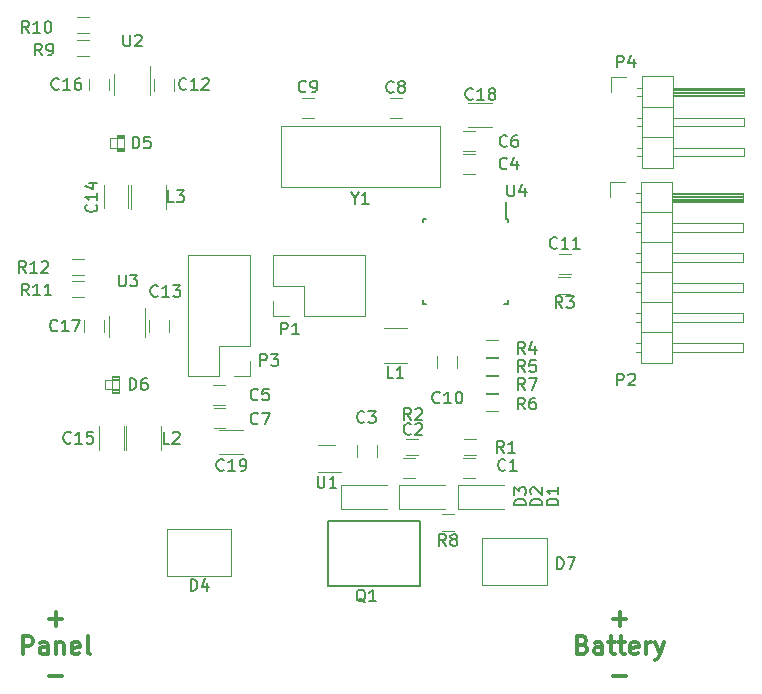
<source format=gbr>
G04 #@! TF.FileFunction,Legend,Top*
%FSLAX46Y46*%
G04 Gerber Fmt 4.6, Leading zero omitted, Abs format (unit mm)*
G04 Created by KiCad (PCBNEW 4.0.1-stable) date 29-05-2017 19:13:36*
%MOMM*%
G01*
G04 APERTURE LIST*
%ADD10C,0.100000*%
%ADD11C,0.300000*%
%ADD12C,0.120000*%
%ADD13C,0.150000*%
G04 APERTURE END LIST*
D10*
D11*
X262166172Y-141521943D02*
X263309029Y-141521943D01*
X262737600Y-142093371D02*
X262737600Y-140950514D01*
X259630458Y-143707657D02*
X259844744Y-143779086D01*
X259916172Y-143850514D01*
X259987601Y-143993371D01*
X259987601Y-144207657D01*
X259916172Y-144350514D01*
X259844744Y-144421943D01*
X259701886Y-144493371D01*
X259130458Y-144493371D01*
X259130458Y-142993371D01*
X259630458Y-142993371D01*
X259773315Y-143064800D01*
X259844744Y-143136229D01*
X259916172Y-143279086D01*
X259916172Y-143421943D01*
X259844744Y-143564800D01*
X259773315Y-143636229D01*
X259630458Y-143707657D01*
X259130458Y-143707657D01*
X261273315Y-144493371D02*
X261273315Y-143707657D01*
X261201886Y-143564800D01*
X261059029Y-143493371D01*
X260773315Y-143493371D01*
X260630458Y-143564800D01*
X261273315Y-144421943D02*
X261130458Y-144493371D01*
X260773315Y-144493371D01*
X260630458Y-144421943D01*
X260559029Y-144279086D01*
X260559029Y-144136229D01*
X260630458Y-143993371D01*
X260773315Y-143921943D01*
X261130458Y-143921943D01*
X261273315Y-143850514D01*
X261773315Y-143493371D02*
X262344744Y-143493371D01*
X261987601Y-142993371D02*
X261987601Y-144279086D01*
X262059029Y-144421943D01*
X262201887Y-144493371D01*
X262344744Y-144493371D01*
X262630458Y-143493371D02*
X263201887Y-143493371D01*
X262844744Y-142993371D02*
X262844744Y-144279086D01*
X262916172Y-144421943D01*
X263059030Y-144493371D01*
X263201887Y-144493371D01*
X264273315Y-144421943D02*
X264130458Y-144493371D01*
X263844744Y-144493371D01*
X263701887Y-144421943D01*
X263630458Y-144279086D01*
X263630458Y-143707657D01*
X263701887Y-143564800D01*
X263844744Y-143493371D01*
X264130458Y-143493371D01*
X264273315Y-143564800D01*
X264344744Y-143707657D01*
X264344744Y-143850514D01*
X263630458Y-143993371D01*
X264987601Y-144493371D02*
X264987601Y-143493371D01*
X264987601Y-143779086D02*
X265059029Y-143636229D01*
X265130458Y-143564800D01*
X265273315Y-143493371D01*
X265416172Y-143493371D01*
X265773315Y-143493371D02*
X266130458Y-144493371D01*
X266487600Y-143493371D02*
X266130458Y-144493371D01*
X265987600Y-144850514D01*
X265916172Y-144921943D01*
X265773315Y-144993371D01*
X262166172Y-146321943D02*
X263309029Y-146321943D01*
X214414172Y-141521943D02*
X215557029Y-141521943D01*
X214985600Y-142093371D02*
X214985600Y-140950514D01*
X212199886Y-144493371D02*
X212199886Y-142993371D01*
X212771314Y-142993371D01*
X212914172Y-143064800D01*
X212985600Y-143136229D01*
X213057029Y-143279086D01*
X213057029Y-143493371D01*
X212985600Y-143636229D01*
X212914172Y-143707657D01*
X212771314Y-143779086D01*
X212199886Y-143779086D01*
X214342743Y-144493371D02*
X214342743Y-143707657D01*
X214271314Y-143564800D01*
X214128457Y-143493371D01*
X213842743Y-143493371D01*
X213699886Y-143564800D01*
X214342743Y-144421943D02*
X214199886Y-144493371D01*
X213842743Y-144493371D01*
X213699886Y-144421943D01*
X213628457Y-144279086D01*
X213628457Y-144136229D01*
X213699886Y-143993371D01*
X213842743Y-143921943D01*
X214199886Y-143921943D01*
X214342743Y-143850514D01*
X215057029Y-143493371D02*
X215057029Y-144493371D01*
X215057029Y-143636229D02*
X215128457Y-143564800D01*
X215271315Y-143493371D01*
X215485600Y-143493371D01*
X215628457Y-143564800D01*
X215699886Y-143707657D01*
X215699886Y-144493371D01*
X216985600Y-144421943D02*
X216842743Y-144493371D01*
X216557029Y-144493371D01*
X216414172Y-144421943D01*
X216342743Y-144279086D01*
X216342743Y-143707657D01*
X216414172Y-143564800D01*
X216557029Y-143493371D01*
X216842743Y-143493371D01*
X216985600Y-143564800D01*
X217057029Y-143707657D01*
X217057029Y-143850514D01*
X216342743Y-143993371D01*
X217914172Y-144493371D02*
X217771314Y-144421943D01*
X217699886Y-144279086D01*
X217699886Y-142993371D01*
X214414172Y-146321943D02*
X215557029Y-146321943D01*
D12*
X234092000Y-104912000D02*
X247492000Y-104912000D01*
X247492000Y-104912000D02*
X247492000Y-99812000D01*
X247492000Y-99812000D02*
X234092000Y-99812000D01*
X234092000Y-104912000D02*
X234092000Y-99812000D01*
D10*
X251113036Y-134621798D02*
X256563036Y-134621798D01*
X251113036Y-138671798D02*
X256563036Y-138671798D01*
X251113036Y-134621798D02*
X251113036Y-138671798D01*
X256563036Y-134621798D02*
X256563036Y-138671798D01*
D12*
X236029500Y-115896700D02*
X241169500Y-115896700D01*
X241169500Y-115896700D02*
X241169500Y-110696700D01*
X241169500Y-110696700D02*
X233429500Y-110696700D01*
X233429500Y-110696700D02*
X233429500Y-113296700D01*
X233429500Y-113296700D02*
X236029500Y-113296700D01*
X236029500Y-113296700D02*
X236029500Y-115896700D01*
X234759500Y-115896700D02*
X233429500Y-115896700D01*
X233429500Y-115896700D02*
X233429500Y-114566700D01*
X216395500Y-111029200D02*
X217395500Y-111029200D01*
X217395500Y-112389200D02*
X216395500Y-112389200D01*
X220742700Y-127212600D02*
X220742700Y-125212600D01*
X218702700Y-125212600D02*
X218702700Y-127212600D01*
X217395500Y-114268800D02*
X216395500Y-114268800D01*
X216395500Y-112908800D02*
X217395500Y-112908800D01*
X217399500Y-116213000D02*
X217399500Y-117213000D01*
X219099500Y-117213000D02*
X219099500Y-116213000D01*
X220985900Y-127219200D02*
X220985900Y-125219200D01*
X223945900Y-125219200D02*
X223945900Y-127219200D01*
X222885900Y-116225700D02*
X222885900Y-117225700D01*
X224585900Y-117225700D02*
X224585900Y-116225700D01*
X219508900Y-115845700D02*
X219508900Y-117605700D01*
X222578900Y-117605700D02*
X222578900Y-115175700D01*
D10*
X219773500Y-122166000D02*
X220373500Y-122166000D01*
X219773500Y-122266000D02*
X219773500Y-122166000D01*
X220373500Y-122266000D02*
X219773500Y-122266000D01*
X219773500Y-121066000D02*
X220373500Y-121066000D01*
X219773500Y-121166000D02*
X219773500Y-121066000D01*
X220373500Y-121166000D02*
X219773500Y-121166000D01*
X220373500Y-120966000D02*
X220373500Y-121266000D01*
X219773500Y-120966000D02*
X220373500Y-120966000D01*
X219773500Y-122366000D02*
X219773500Y-120966000D01*
X220373500Y-122366000D02*
X219773500Y-122366000D01*
X220373500Y-122066000D02*
X220373500Y-122366000D01*
X220373500Y-121266000D02*
X219173500Y-121266000D01*
X219173500Y-122066000D02*
X219173500Y-121266000D01*
X220373500Y-122066000D02*
X220373500Y-121266000D01*
X219173500Y-122066000D02*
X220373500Y-122066000D01*
D12*
X250509660Y-127920380D02*
X249509660Y-127920380D01*
X249509660Y-129620380D02*
X250509660Y-129620380D01*
X245429660Y-127920380D02*
X244429660Y-127920380D01*
X244429660Y-129620380D02*
X245429660Y-129620380D01*
X240536360Y-126781940D02*
X240536360Y-127781940D01*
X242236360Y-127781940D02*
X242236360Y-126781940D01*
X250499500Y-102134300D02*
X249499500Y-102134300D01*
X249499500Y-103834300D02*
X250499500Y-103834300D01*
X229341300Y-121717700D02*
X228341300Y-121717700D01*
X228341300Y-123417700D02*
X229341300Y-123417700D01*
X250499500Y-100203900D02*
X249499500Y-100203900D01*
X249499500Y-101903900D02*
X250499500Y-101903900D01*
X229366700Y-123648100D02*
X228366700Y-123648100D01*
X228366700Y-125348100D02*
X229366700Y-125348100D01*
X243276500Y-99084500D02*
X244276500Y-99084500D01*
X244276500Y-97384500D02*
X243276500Y-97384500D01*
X236847000Y-97384500D02*
X235847000Y-97384500D01*
X235847000Y-99084500D02*
X236847000Y-99084500D01*
X249008000Y-120261000D02*
X249008000Y-119261000D01*
X247308000Y-119261000D02*
X247308000Y-120261000D01*
X257602100Y-112317900D02*
X258602100Y-112317900D01*
X258602100Y-110617900D02*
X257602100Y-110617900D01*
X223292300Y-95778700D02*
X223292300Y-96778700D01*
X224992300Y-96778700D02*
X224992300Y-95778700D01*
X221149100Y-106765600D02*
X221149100Y-104765600D01*
X219109100Y-104765600D02*
X219109100Y-106765600D01*
X249029660Y-130183380D02*
X249029660Y-132183380D01*
X249029660Y-132183380D02*
X252929660Y-132183380D01*
X249029660Y-130183380D02*
X252929660Y-130183380D01*
X244076660Y-130183380D02*
X244076660Y-132183380D01*
X244076660Y-132183380D02*
X247976660Y-132183380D01*
X244076660Y-130183380D02*
X247976660Y-130183380D01*
X239123660Y-130183380D02*
X239123660Y-132183380D01*
X239123660Y-132183380D02*
X243023660Y-132183380D01*
X239123660Y-130183380D02*
X243023660Y-130183380D01*
D10*
X224428400Y-133859400D02*
X229878400Y-133859400D01*
X224428400Y-137909400D02*
X229878400Y-137909400D01*
X224428400Y-133859400D02*
X224428400Y-137909400D01*
X229878400Y-133859400D02*
X229878400Y-137909400D01*
X220179900Y-101719000D02*
X220779900Y-101719000D01*
X220179900Y-101819000D02*
X220179900Y-101719000D01*
X220779900Y-101819000D02*
X220179900Y-101819000D01*
X220179900Y-100619000D02*
X220779900Y-100619000D01*
X220179900Y-100719000D02*
X220179900Y-100619000D01*
X220779900Y-100719000D02*
X220179900Y-100719000D01*
X220779900Y-100519000D02*
X220779900Y-100819000D01*
X220179900Y-100519000D02*
X220779900Y-100519000D01*
X220179900Y-101919000D02*
X220179900Y-100519000D01*
X220779900Y-101919000D02*
X220179900Y-101919000D01*
X220779900Y-101619000D02*
X220779900Y-101919000D01*
X220779900Y-100819000D02*
X219579900Y-100819000D01*
X219579900Y-101619000D02*
X219579900Y-100819000D01*
X220779900Y-101619000D02*
X220779900Y-100819000D01*
X219579900Y-101619000D02*
X220779900Y-101619000D01*
D13*
X253313500Y-107622500D02*
X253088500Y-107622500D01*
X253313500Y-114872500D02*
X252988500Y-114872500D01*
X246063500Y-114872500D02*
X246388500Y-114872500D01*
X246063500Y-107622500D02*
X246388500Y-107622500D01*
X253313500Y-107622500D02*
X253313500Y-107947500D01*
X246063500Y-107622500D02*
X246063500Y-107947500D01*
X246063500Y-114872500D02*
X246063500Y-114547500D01*
X253313500Y-114872500D02*
X253313500Y-114547500D01*
X253088500Y-107622500D02*
X253088500Y-106197500D01*
D12*
X242751100Y-116884000D02*
X244751100Y-116884000D01*
X244751100Y-119844000D02*
X242751100Y-119844000D01*
X221392300Y-106772200D02*
X221392300Y-104772200D01*
X224352300Y-104772200D02*
X224352300Y-106772200D01*
X264572900Y-104499100D02*
X264572900Y-107099100D01*
X264572900Y-107099100D02*
X267192900Y-107099100D01*
X267192900Y-107099100D02*
X267192900Y-104499100D01*
X267192900Y-104499100D02*
X264572900Y-104499100D01*
X267192900Y-105449100D02*
X267192900Y-106209100D01*
X267192900Y-106209100D02*
X273192900Y-106209100D01*
X273192900Y-106209100D02*
X273192900Y-105449100D01*
X273192900Y-105449100D02*
X267192900Y-105449100D01*
X264142900Y-105449100D02*
X264572900Y-105449100D01*
X264142900Y-106209100D02*
X264572900Y-106209100D01*
X267192900Y-105569100D02*
X273192900Y-105569100D01*
X267192900Y-105689100D02*
X273192900Y-105689100D01*
X267192900Y-105809100D02*
X273192900Y-105809100D01*
X267192900Y-105929100D02*
X273192900Y-105929100D01*
X267192900Y-106049100D02*
X273192900Y-106049100D01*
X267192900Y-106169100D02*
X273192900Y-106169100D01*
X264572900Y-107099100D02*
X264572900Y-109639100D01*
X264572900Y-109639100D02*
X267192900Y-109639100D01*
X267192900Y-109639100D02*
X267192900Y-107099100D01*
X267192900Y-107099100D02*
X264572900Y-107099100D01*
X267192900Y-107989100D02*
X267192900Y-108749100D01*
X267192900Y-108749100D02*
X273192900Y-108749100D01*
X273192900Y-108749100D02*
X273192900Y-107989100D01*
X273192900Y-107989100D02*
X267192900Y-107989100D01*
X264142900Y-107989100D02*
X264572900Y-107989100D01*
X264142900Y-108749100D02*
X264572900Y-108749100D01*
X264572900Y-109639100D02*
X264572900Y-112179100D01*
X264572900Y-112179100D02*
X267192900Y-112179100D01*
X267192900Y-112179100D02*
X267192900Y-109639100D01*
X267192900Y-109639100D02*
X264572900Y-109639100D01*
X267192900Y-110529100D02*
X267192900Y-111289100D01*
X267192900Y-111289100D02*
X273192900Y-111289100D01*
X273192900Y-111289100D02*
X273192900Y-110529100D01*
X273192900Y-110529100D02*
X267192900Y-110529100D01*
X264142900Y-110529100D02*
X264572900Y-110529100D01*
X264142900Y-111289100D02*
X264572900Y-111289100D01*
X264572900Y-112179100D02*
X264572900Y-114719100D01*
X264572900Y-114719100D02*
X267192900Y-114719100D01*
X267192900Y-114719100D02*
X267192900Y-112179100D01*
X267192900Y-112179100D02*
X264572900Y-112179100D01*
X267192900Y-113069100D02*
X267192900Y-113829100D01*
X267192900Y-113829100D02*
X273192900Y-113829100D01*
X273192900Y-113829100D02*
X273192900Y-113069100D01*
X273192900Y-113069100D02*
X267192900Y-113069100D01*
X264142900Y-113069100D02*
X264572900Y-113069100D01*
X264142900Y-113829100D02*
X264572900Y-113829100D01*
X264572900Y-114719100D02*
X264572900Y-117259100D01*
X264572900Y-117259100D02*
X267192900Y-117259100D01*
X267192900Y-117259100D02*
X267192900Y-114719100D01*
X267192900Y-114719100D02*
X264572900Y-114719100D01*
X267192900Y-115609100D02*
X267192900Y-116369100D01*
X267192900Y-116369100D02*
X273192900Y-116369100D01*
X273192900Y-116369100D02*
X273192900Y-115609100D01*
X273192900Y-115609100D02*
X267192900Y-115609100D01*
X264142900Y-115609100D02*
X264572900Y-115609100D01*
X264142900Y-116369100D02*
X264572900Y-116369100D01*
X264572900Y-117259100D02*
X264572900Y-119859100D01*
X264572900Y-119859100D02*
X267192900Y-119859100D01*
X267192900Y-119859100D02*
X267192900Y-117259100D01*
X267192900Y-117259100D02*
X264572900Y-117259100D01*
X267192900Y-118149100D02*
X267192900Y-118909100D01*
X267192900Y-118909100D02*
X273192900Y-118909100D01*
X273192900Y-118909100D02*
X273192900Y-118149100D01*
X273192900Y-118149100D02*
X267192900Y-118149100D01*
X264142900Y-118149100D02*
X264572900Y-118149100D01*
X264142900Y-118909100D02*
X264572900Y-118909100D01*
X261962900Y-105829100D02*
X261962900Y-104559100D01*
X261962900Y-104559100D02*
X263232900Y-104559100D01*
X231415900Y-118376700D02*
X231415900Y-110696700D01*
X231415900Y-110696700D02*
X226215900Y-110696700D01*
X226215900Y-110696700D02*
X226215900Y-120976700D01*
X226215900Y-120976700D02*
X228815900Y-120976700D01*
X228815900Y-120976700D02*
X228815900Y-118376700D01*
X228815900Y-118376700D02*
X231415900Y-118376700D01*
X231415900Y-119646700D02*
X231415900Y-120976700D01*
X231415900Y-120976700D02*
X230085900Y-120976700D01*
X264611000Y-95571000D02*
X264611000Y-98171000D01*
X264611000Y-98171000D02*
X267231000Y-98171000D01*
X267231000Y-98171000D02*
X267231000Y-95571000D01*
X267231000Y-95571000D02*
X264611000Y-95571000D01*
X267231000Y-96521000D02*
X267231000Y-97281000D01*
X267231000Y-97281000D02*
X273231000Y-97281000D01*
X273231000Y-97281000D02*
X273231000Y-96521000D01*
X273231000Y-96521000D02*
X267231000Y-96521000D01*
X264181000Y-96521000D02*
X264611000Y-96521000D01*
X264181000Y-97281000D02*
X264611000Y-97281000D01*
X267231000Y-96641000D02*
X273231000Y-96641000D01*
X267231000Y-96761000D02*
X273231000Y-96761000D01*
X267231000Y-96881000D02*
X273231000Y-96881000D01*
X267231000Y-97001000D02*
X273231000Y-97001000D01*
X267231000Y-97121000D02*
X273231000Y-97121000D01*
X267231000Y-97241000D02*
X273231000Y-97241000D01*
X264611000Y-98171000D02*
X264611000Y-100711000D01*
X264611000Y-100711000D02*
X267231000Y-100711000D01*
X267231000Y-100711000D02*
X267231000Y-98171000D01*
X267231000Y-98171000D02*
X264611000Y-98171000D01*
X267231000Y-99061000D02*
X267231000Y-99821000D01*
X267231000Y-99821000D02*
X273231000Y-99821000D01*
X273231000Y-99821000D02*
X273231000Y-99061000D01*
X273231000Y-99061000D02*
X267231000Y-99061000D01*
X264181000Y-99061000D02*
X264611000Y-99061000D01*
X264181000Y-99821000D02*
X264611000Y-99821000D01*
X264611000Y-100711000D02*
X264611000Y-103311000D01*
X264611000Y-103311000D02*
X267231000Y-103311000D01*
X267231000Y-103311000D02*
X267231000Y-100711000D01*
X267231000Y-100711000D02*
X264611000Y-100711000D01*
X267231000Y-101601000D02*
X267231000Y-102361000D01*
X267231000Y-102361000D02*
X273231000Y-102361000D01*
X273231000Y-102361000D02*
X273231000Y-101601000D01*
X273231000Y-101601000D02*
X267231000Y-101601000D01*
X264181000Y-101601000D02*
X264611000Y-101601000D01*
X264181000Y-102361000D02*
X264611000Y-102361000D01*
X262001000Y-96901000D02*
X262001000Y-95631000D01*
X262001000Y-95631000D02*
X263271000Y-95631000D01*
D13*
X238088100Y-138685800D02*
X245838100Y-138685800D01*
X245838100Y-138685800D02*
X245838100Y-133195800D01*
X238088100Y-133195800D02*
X245838100Y-133195800D01*
X238088100Y-138685800D02*
X238088100Y-133195800D01*
D12*
X249578240Y-126251420D02*
X250578240Y-126251420D01*
X250578240Y-127611420D02*
X249578240Y-127611420D01*
X244632680Y-126302220D02*
X245632680Y-126302220D01*
X245632680Y-127662220D02*
X244632680Y-127662220D01*
X257564000Y-112604000D02*
X258564000Y-112604000D01*
X258564000Y-113964000D02*
X257564000Y-113964000D01*
X252404500Y-119298000D02*
X251404500Y-119298000D01*
X251404500Y-117938000D02*
X252404500Y-117938000D01*
X251404500Y-119462000D02*
X252404500Y-119462000D01*
X252404500Y-120822000D02*
X251404500Y-120822000D01*
X252404500Y-123870000D02*
X251404500Y-123870000D01*
X251404500Y-122510000D02*
X252404500Y-122510000D01*
X251404500Y-120986000D02*
X252404500Y-120986000D01*
X252404500Y-122346000D02*
X251404500Y-122346000D01*
X248701000Y-134030000D02*
X247701000Y-134030000D01*
X247701000Y-132670000D02*
X248701000Y-132670000D01*
X217801900Y-93821800D02*
X216801900Y-93821800D01*
X216801900Y-92461800D02*
X217801900Y-92461800D01*
X216801900Y-90582200D02*
X217801900Y-90582200D01*
X217801900Y-91942200D02*
X216801900Y-91942200D01*
X237242120Y-129107420D02*
X239142120Y-129107420D01*
X238642120Y-126787420D02*
X237242120Y-126787420D01*
X219915300Y-95398700D02*
X219915300Y-97158700D01*
X222985300Y-97158700D02*
X222985300Y-94728700D01*
X217805900Y-95766000D02*
X217805900Y-96766000D01*
X219505900Y-96766000D02*
X219505900Y-95766000D01*
X251939300Y-97849500D02*
X249939300Y-97849500D01*
X249939300Y-99889500D02*
X251939300Y-99889500D01*
X230857300Y-125510100D02*
X228857300Y-125510100D01*
X228857300Y-127550100D02*
X230857300Y-127550100D01*
D13*
X240315809Y-105888190D02*
X240315809Y-106364381D01*
X239982476Y-105364381D02*
X240315809Y-105888190D01*
X240649143Y-105364381D01*
X241506286Y-106364381D02*
X240934857Y-106364381D01*
X241220571Y-106364381D02*
X241220571Y-105364381D01*
X241125333Y-105507238D01*
X241030095Y-105602476D01*
X240934857Y-105650095D01*
X257427505Y-137307581D02*
X257427505Y-136307581D01*
X257665600Y-136307581D01*
X257808458Y-136355200D01*
X257903696Y-136450438D01*
X257951315Y-136545676D01*
X257998934Y-136736152D01*
X257998934Y-136879010D01*
X257951315Y-137069486D01*
X257903696Y-137164724D01*
X257808458Y-137259962D01*
X257665600Y-137307581D01*
X257427505Y-137307581D01*
X258332267Y-136307581D02*
X258998934Y-136307581D01*
X258570362Y-137307581D01*
X234084905Y-117419381D02*
X234084905Y-116419381D01*
X234465858Y-116419381D01*
X234561096Y-116467000D01*
X234608715Y-116514619D01*
X234656334Y-116609857D01*
X234656334Y-116752714D01*
X234608715Y-116847952D01*
X234561096Y-116895571D01*
X234465858Y-116943190D01*
X234084905Y-116943190D01*
X235608715Y-117419381D02*
X235037286Y-117419381D01*
X235323000Y-117419381D02*
X235323000Y-116419381D01*
X235227762Y-116562238D01*
X235132524Y-116657476D01*
X235037286Y-116705095D01*
X212463143Y-112212381D02*
X212129809Y-111736190D01*
X211891714Y-112212381D02*
X211891714Y-111212381D01*
X212272667Y-111212381D01*
X212367905Y-111260000D01*
X212415524Y-111307619D01*
X212463143Y-111402857D01*
X212463143Y-111545714D01*
X212415524Y-111640952D01*
X212367905Y-111688571D01*
X212272667Y-111736190D01*
X211891714Y-111736190D01*
X213415524Y-112212381D02*
X212844095Y-112212381D01*
X213129809Y-112212381D02*
X213129809Y-111212381D01*
X213034571Y-111355238D01*
X212939333Y-111450476D01*
X212844095Y-111498095D01*
X213796476Y-111307619D02*
X213844095Y-111260000D01*
X213939333Y-111212381D01*
X214177429Y-111212381D01*
X214272667Y-111260000D01*
X214320286Y-111307619D01*
X214367905Y-111402857D01*
X214367905Y-111498095D01*
X214320286Y-111640952D01*
X213748857Y-112212381D01*
X214367905Y-112212381D01*
X216273143Y-126569743D02*
X216225524Y-126617362D01*
X216082667Y-126664981D01*
X215987429Y-126664981D01*
X215844571Y-126617362D01*
X215749333Y-126522124D01*
X215701714Y-126426886D01*
X215654095Y-126236410D01*
X215654095Y-126093552D01*
X215701714Y-125903076D01*
X215749333Y-125807838D01*
X215844571Y-125712600D01*
X215987429Y-125664981D01*
X216082667Y-125664981D01*
X216225524Y-125712600D01*
X216273143Y-125760219D01*
X217225524Y-126664981D02*
X216654095Y-126664981D01*
X216939809Y-126664981D02*
X216939809Y-125664981D01*
X216844571Y-125807838D01*
X216749333Y-125903076D01*
X216654095Y-125950695D01*
X218130286Y-125664981D02*
X217654095Y-125664981D01*
X217606476Y-126141171D01*
X217654095Y-126093552D01*
X217749333Y-126045933D01*
X217987429Y-126045933D01*
X218082667Y-126093552D01*
X218130286Y-126141171D01*
X218177905Y-126236410D01*
X218177905Y-126474505D01*
X218130286Y-126569743D01*
X218082667Y-126617362D01*
X217987429Y-126664981D01*
X217749333Y-126664981D01*
X217654095Y-126617362D01*
X217606476Y-126569743D01*
X212717143Y-114117381D02*
X212383809Y-113641190D01*
X212145714Y-114117381D02*
X212145714Y-113117381D01*
X212526667Y-113117381D01*
X212621905Y-113165000D01*
X212669524Y-113212619D01*
X212717143Y-113307857D01*
X212717143Y-113450714D01*
X212669524Y-113545952D01*
X212621905Y-113593571D01*
X212526667Y-113641190D01*
X212145714Y-113641190D01*
X213669524Y-114117381D02*
X213098095Y-114117381D01*
X213383809Y-114117381D02*
X213383809Y-113117381D01*
X213288571Y-113260238D01*
X213193333Y-113355476D01*
X213098095Y-113403095D01*
X214621905Y-114117381D02*
X214050476Y-114117381D01*
X214336190Y-114117381D02*
X214336190Y-113117381D01*
X214240952Y-113260238D01*
X214145714Y-113355476D01*
X214050476Y-113403095D01*
X215130143Y-117070143D02*
X215082524Y-117117762D01*
X214939667Y-117165381D01*
X214844429Y-117165381D01*
X214701571Y-117117762D01*
X214606333Y-117022524D01*
X214558714Y-116927286D01*
X214511095Y-116736810D01*
X214511095Y-116593952D01*
X214558714Y-116403476D01*
X214606333Y-116308238D01*
X214701571Y-116213000D01*
X214844429Y-116165381D01*
X214939667Y-116165381D01*
X215082524Y-116213000D01*
X215130143Y-116260619D01*
X216082524Y-117165381D02*
X215511095Y-117165381D01*
X215796809Y-117165381D02*
X215796809Y-116165381D01*
X215701571Y-116308238D01*
X215606333Y-116403476D01*
X215511095Y-116451095D01*
X216415857Y-116165381D02*
X217082524Y-116165381D01*
X216653952Y-117165381D01*
X224623334Y-126671581D02*
X224147143Y-126671581D01*
X224147143Y-125671581D01*
X224909048Y-125766819D02*
X224956667Y-125719200D01*
X225051905Y-125671581D01*
X225290001Y-125671581D01*
X225385239Y-125719200D01*
X225432858Y-125766819D01*
X225480477Y-125862057D01*
X225480477Y-125957295D01*
X225432858Y-126100152D01*
X224861429Y-126671581D01*
X225480477Y-126671581D01*
X223639143Y-114149143D02*
X223591524Y-114196762D01*
X223448667Y-114244381D01*
X223353429Y-114244381D01*
X223210571Y-114196762D01*
X223115333Y-114101524D01*
X223067714Y-114006286D01*
X223020095Y-113815810D01*
X223020095Y-113672952D01*
X223067714Y-113482476D01*
X223115333Y-113387238D01*
X223210571Y-113292000D01*
X223353429Y-113244381D01*
X223448667Y-113244381D01*
X223591524Y-113292000D01*
X223639143Y-113339619D01*
X224591524Y-114244381D02*
X224020095Y-114244381D01*
X224305809Y-114244381D02*
X224305809Y-113244381D01*
X224210571Y-113387238D01*
X224115333Y-113482476D01*
X224020095Y-113530095D01*
X224924857Y-113244381D02*
X225543905Y-113244381D01*
X225210571Y-113625333D01*
X225353429Y-113625333D01*
X225448667Y-113672952D01*
X225496286Y-113720571D01*
X225543905Y-113815810D01*
X225543905Y-114053905D01*
X225496286Y-114149143D01*
X225448667Y-114196762D01*
X225353429Y-114244381D01*
X225067714Y-114244381D01*
X224972476Y-114196762D01*
X224924857Y-114149143D01*
X220345095Y-112355381D02*
X220345095Y-113164905D01*
X220392714Y-113260143D01*
X220440333Y-113307762D01*
X220535571Y-113355381D01*
X220726048Y-113355381D01*
X220821286Y-113307762D01*
X220868905Y-113260143D01*
X220916524Y-113164905D01*
X220916524Y-112355381D01*
X221297476Y-112355381D02*
X221916524Y-112355381D01*
X221583190Y-112736333D01*
X221726048Y-112736333D01*
X221821286Y-112783952D01*
X221868905Y-112831571D01*
X221916524Y-112926810D01*
X221916524Y-113164905D01*
X221868905Y-113260143D01*
X221821286Y-113307762D01*
X221726048Y-113355381D01*
X221440333Y-113355381D01*
X221345095Y-113307762D01*
X221297476Y-113260143D01*
X221257905Y-122118381D02*
X221257905Y-121118381D01*
X221496000Y-121118381D01*
X221638858Y-121166000D01*
X221734096Y-121261238D01*
X221781715Y-121356476D01*
X221829334Y-121546952D01*
X221829334Y-121689810D01*
X221781715Y-121880286D01*
X221734096Y-121975524D01*
X221638858Y-122070762D01*
X221496000Y-122118381D01*
X221257905Y-122118381D01*
X222686477Y-121118381D02*
X222496000Y-121118381D01*
X222400762Y-121166000D01*
X222353143Y-121213619D01*
X222257905Y-121356476D01*
X222210286Y-121546952D01*
X222210286Y-121927905D01*
X222257905Y-122023143D01*
X222305524Y-122070762D01*
X222400762Y-122118381D01*
X222591239Y-122118381D01*
X222686477Y-122070762D01*
X222734096Y-122023143D01*
X222781715Y-121927905D01*
X222781715Y-121689810D01*
X222734096Y-121594571D01*
X222686477Y-121546952D01*
X222591239Y-121499333D01*
X222400762Y-121499333D01*
X222305524Y-121546952D01*
X222257905Y-121594571D01*
X222210286Y-121689810D01*
X253071334Y-128881143D02*
X253023715Y-128928762D01*
X252880858Y-128976381D01*
X252785620Y-128976381D01*
X252642762Y-128928762D01*
X252547524Y-128833524D01*
X252499905Y-128738286D01*
X252452286Y-128547810D01*
X252452286Y-128404952D01*
X252499905Y-128214476D01*
X252547524Y-128119238D01*
X252642762Y-128024000D01*
X252785620Y-127976381D01*
X252880858Y-127976381D01*
X253023715Y-128024000D01*
X253071334Y-128071619D01*
X254023715Y-128976381D02*
X253452286Y-128976381D01*
X253738000Y-128976381D02*
X253738000Y-127976381D01*
X253642762Y-128119238D01*
X253547524Y-128214476D01*
X253452286Y-128262095D01*
X245070334Y-125833143D02*
X245022715Y-125880762D01*
X244879858Y-125928381D01*
X244784620Y-125928381D01*
X244641762Y-125880762D01*
X244546524Y-125785524D01*
X244498905Y-125690286D01*
X244451286Y-125499810D01*
X244451286Y-125356952D01*
X244498905Y-125166476D01*
X244546524Y-125071238D01*
X244641762Y-124976000D01*
X244784620Y-124928381D01*
X244879858Y-124928381D01*
X245022715Y-124976000D01*
X245070334Y-125023619D01*
X245451286Y-125023619D02*
X245498905Y-124976000D01*
X245594143Y-124928381D01*
X245832239Y-124928381D01*
X245927477Y-124976000D01*
X245975096Y-125023619D01*
X246022715Y-125118857D01*
X246022715Y-125214095D01*
X245975096Y-125356952D01*
X245403667Y-125928381D01*
X246022715Y-125928381D01*
X241133334Y-124817143D02*
X241085715Y-124864762D01*
X240942858Y-124912381D01*
X240847620Y-124912381D01*
X240704762Y-124864762D01*
X240609524Y-124769524D01*
X240561905Y-124674286D01*
X240514286Y-124483810D01*
X240514286Y-124340952D01*
X240561905Y-124150476D01*
X240609524Y-124055238D01*
X240704762Y-123960000D01*
X240847620Y-123912381D01*
X240942858Y-123912381D01*
X241085715Y-123960000D01*
X241133334Y-124007619D01*
X241466667Y-123912381D02*
X242085715Y-123912381D01*
X241752381Y-124293333D01*
X241895239Y-124293333D01*
X241990477Y-124340952D01*
X242038096Y-124388571D01*
X242085715Y-124483810D01*
X242085715Y-124721905D01*
X242038096Y-124817143D01*
X241990477Y-124864762D01*
X241895239Y-124912381D01*
X241609524Y-124912381D01*
X241514286Y-124864762D01*
X241466667Y-124817143D01*
X253198334Y-103354143D02*
X253150715Y-103401762D01*
X253007858Y-103449381D01*
X252912620Y-103449381D01*
X252769762Y-103401762D01*
X252674524Y-103306524D01*
X252626905Y-103211286D01*
X252579286Y-103020810D01*
X252579286Y-102877952D01*
X252626905Y-102687476D01*
X252674524Y-102592238D01*
X252769762Y-102497000D01*
X252912620Y-102449381D01*
X253007858Y-102449381D01*
X253150715Y-102497000D01*
X253198334Y-102544619D01*
X254055477Y-102782714D02*
X254055477Y-103449381D01*
X253817381Y-102401762D02*
X253579286Y-103116048D01*
X254198334Y-103116048D01*
X232116334Y-122912143D02*
X232068715Y-122959762D01*
X231925858Y-123007381D01*
X231830620Y-123007381D01*
X231687762Y-122959762D01*
X231592524Y-122864524D01*
X231544905Y-122769286D01*
X231497286Y-122578810D01*
X231497286Y-122435952D01*
X231544905Y-122245476D01*
X231592524Y-122150238D01*
X231687762Y-122055000D01*
X231830620Y-122007381D01*
X231925858Y-122007381D01*
X232068715Y-122055000D01*
X232116334Y-122102619D01*
X233021096Y-122007381D02*
X232544905Y-122007381D01*
X232497286Y-122483571D01*
X232544905Y-122435952D01*
X232640143Y-122388333D01*
X232878239Y-122388333D01*
X232973477Y-122435952D01*
X233021096Y-122483571D01*
X233068715Y-122578810D01*
X233068715Y-122816905D01*
X233021096Y-122912143D01*
X232973477Y-122959762D01*
X232878239Y-123007381D01*
X232640143Y-123007381D01*
X232544905Y-122959762D01*
X232497286Y-122912143D01*
X253198334Y-101449143D02*
X253150715Y-101496762D01*
X253007858Y-101544381D01*
X252912620Y-101544381D01*
X252769762Y-101496762D01*
X252674524Y-101401524D01*
X252626905Y-101306286D01*
X252579286Y-101115810D01*
X252579286Y-100972952D01*
X252626905Y-100782476D01*
X252674524Y-100687238D01*
X252769762Y-100592000D01*
X252912620Y-100544381D01*
X253007858Y-100544381D01*
X253150715Y-100592000D01*
X253198334Y-100639619D01*
X254055477Y-100544381D02*
X253865000Y-100544381D01*
X253769762Y-100592000D01*
X253722143Y-100639619D01*
X253626905Y-100782476D01*
X253579286Y-100972952D01*
X253579286Y-101353905D01*
X253626905Y-101449143D01*
X253674524Y-101496762D01*
X253769762Y-101544381D01*
X253960239Y-101544381D01*
X254055477Y-101496762D01*
X254103096Y-101449143D01*
X254150715Y-101353905D01*
X254150715Y-101115810D01*
X254103096Y-101020571D01*
X254055477Y-100972952D01*
X253960239Y-100925333D01*
X253769762Y-100925333D01*
X253674524Y-100972952D01*
X253626905Y-101020571D01*
X253579286Y-101115810D01*
X232116334Y-124944143D02*
X232068715Y-124991762D01*
X231925858Y-125039381D01*
X231830620Y-125039381D01*
X231687762Y-124991762D01*
X231592524Y-124896524D01*
X231544905Y-124801286D01*
X231497286Y-124610810D01*
X231497286Y-124467952D01*
X231544905Y-124277476D01*
X231592524Y-124182238D01*
X231687762Y-124087000D01*
X231830620Y-124039381D01*
X231925858Y-124039381D01*
X232068715Y-124087000D01*
X232116334Y-124134619D01*
X232449667Y-124039381D02*
X233116334Y-124039381D01*
X232687762Y-125039381D01*
X243609834Y-96877143D02*
X243562215Y-96924762D01*
X243419358Y-96972381D01*
X243324120Y-96972381D01*
X243181262Y-96924762D01*
X243086024Y-96829524D01*
X243038405Y-96734286D01*
X242990786Y-96543810D01*
X242990786Y-96400952D01*
X243038405Y-96210476D01*
X243086024Y-96115238D01*
X243181262Y-96020000D01*
X243324120Y-95972381D01*
X243419358Y-95972381D01*
X243562215Y-96020000D01*
X243609834Y-96067619D01*
X244181262Y-96400952D02*
X244086024Y-96353333D01*
X244038405Y-96305714D01*
X243990786Y-96210476D01*
X243990786Y-96162857D01*
X244038405Y-96067619D01*
X244086024Y-96020000D01*
X244181262Y-95972381D01*
X244371739Y-95972381D01*
X244466977Y-96020000D01*
X244514596Y-96067619D01*
X244562215Y-96162857D01*
X244562215Y-96210476D01*
X244514596Y-96305714D01*
X244466977Y-96353333D01*
X244371739Y-96400952D01*
X244181262Y-96400952D01*
X244086024Y-96448571D01*
X244038405Y-96496190D01*
X243990786Y-96591429D01*
X243990786Y-96781905D01*
X244038405Y-96877143D01*
X244086024Y-96924762D01*
X244181262Y-96972381D01*
X244371739Y-96972381D01*
X244466977Y-96924762D01*
X244514596Y-96877143D01*
X244562215Y-96781905D01*
X244562215Y-96591429D01*
X244514596Y-96496190D01*
X244466977Y-96448571D01*
X244371739Y-96400952D01*
X236180334Y-96841643D02*
X236132715Y-96889262D01*
X235989858Y-96936881D01*
X235894620Y-96936881D01*
X235751762Y-96889262D01*
X235656524Y-96794024D01*
X235608905Y-96698786D01*
X235561286Y-96508310D01*
X235561286Y-96365452D01*
X235608905Y-96174976D01*
X235656524Y-96079738D01*
X235751762Y-95984500D01*
X235894620Y-95936881D01*
X235989858Y-95936881D01*
X236132715Y-95984500D01*
X236180334Y-96032119D01*
X236656524Y-96936881D02*
X236847000Y-96936881D01*
X236942239Y-96889262D01*
X236989858Y-96841643D01*
X237085096Y-96698786D01*
X237132715Y-96508310D01*
X237132715Y-96127357D01*
X237085096Y-96032119D01*
X237037477Y-95984500D01*
X236942239Y-95936881D01*
X236751762Y-95936881D01*
X236656524Y-95984500D01*
X236608905Y-96032119D01*
X236561286Y-96127357D01*
X236561286Y-96365452D01*
X236608905Y-96460690D01*
X236656524Y-96508310D01*
X236751762Y-96555929D01*
X236942239Y-96555929D01*
X237037477Y-96508310D01*
X237085096Y-96460690D01*
X237132715Y-96365452D01*
X247515143Y-123166143D02*
X247467524Y-123213762D01*
X247324667Y-123261381D01*
X247229429Y-123261381D01*
X247086571Y-123213762D01*
X246991333Y-123118524D01*
X246943714Y-123023286D01*
X246896095Y-122832810D01*
X246896095Y-122689952D01*
X246943714Y-122499476D01*
X246991333Y-122404238D01*
X247086571Y-122309000D01*
X247229429Y-122261381D01*
X247324667Y-122261381D01*
X247467524Y-122309000D01*
X247515143Y-122356619D01*
X248467524Y-123261381D02*
X247896095Y-123261381D01*
X248181809Y-123261381D02*
X248181809Y-122261381D01*
X248086571Y-122404238D01*
X247991333Y-122499476D01*
X247896095Y-122547095D01*
X249086571Y-122261381D02*
X249181810Y-122261381D01*
X249277048Y-122309000D01*
X249324667Y-122356619D01*
X249372286Y-122451857D01*
X249419905Y-122642333D01*
X249419905Y-122880429D01*
X249372286Y-123070905D01*
X249324667Y-123166143D01*
X249277048Y-123213762D01*
X249181810Y-123261381D01*
X249086571Y-123261381D01*
X248991333Y-123213762D01*
X248943714Y-123166143D01*
X248896095Y-123070905D01*
X248848476Y-122880429D01*
X248848476Y-122642333D01*
X248896095Y-122451857D01*
X248943714Y-122356619D01*
X248991333Y-122309000D01*
X249086571Y-122261381D01*
X257459243Y-110085143D02*
X257411624Y-110132762D01*
X257268767Y-110180381D01*
X257173529Y-110180381D01*
X257030671Y-110132762D01*
X256935433Y-110037524D01*
X256887814Y-109942286D01*
X256840195Y-109751810D01*
X256840195Y-109608952D01*
X256887814Y-109418476D01*
X256935433Y-109323238D01*
X257030671Y-109228000D01*
X257173529Y-109180381D01*
X257268767Y-109180381D01*
X257411624Y-109228000D01*
X257459243Y-109275619D01*
X258411624Y-110180381D02*
X257840195Y-110180381D01*
X258125909Y-110180381D02*
X258125909Y-109180381D01*
X258030671Y-109323238D01*
X257935433Y-109418476D01*
X257840195Y-109466095D01*
X259364005Y-110180381D02*
X258792576Y-110180381D01*
X259078290Y-110180381D02*
X259078290Y-109180381D01*
X258983052Y-109323238D01*
X258887814Y-109418476D01*
X258792576Y-109466095D01*
X226052143Y-96623143D02*
X226004524Y-96670762D01*
X225861667Y-96718381D01*
X225766429Y-96718381D01*
X225623571Y-96670762D01*
X225528333Y-96575524D01*
X225480714Y-96480286D01*
X225433095Y-96289810D01*
X225433095Y-96146952D01*
X225480714Y-95956476D01*
X225528333Y-95861238D01*
X225623571Y-95766000D01*
X225766429Y-95718381D01*
X225861667Y-95718381D01*
X226004524Y-95766000D01*
X226052143Y-95813619D01*
X227004524Y-96718381D02*
X226433095Y-96718381D01*
X226718809Y-96718381D02*
X226718809Y-95718381D01*
X226623571Y-95861238D01*
X226528333Y-95956476D01*
X226433095Y-96004095D01*
X227385476Y-95813619D02*
X227433095Y-95766000D01*
X227528333Y-95718381D01*
X227766429Y-95718381D01*
X227861667Y-95766000D01*
X227909286Y-95813619D01*
X227956905Y-95908857D01*
X227956905Y-96004095D01*
X227909286Y-96146952D01*
X227337857Y-96718381D01*
X227956905Y-96718381D01*
X218416143Y-106433857D02*
X218463762Y-106481476D01*
X218511381Y-106624333D01*
X218511381Y-106719571D01*
X218463762Y-106862429D01*
X218368524Y-106957667D01*
X218273286Y-107005286D01*
X218082810Y-107052905D01*
X217939952Y-107052905D01*
X217749476Y-107005286D01*
X217654238Y-106957667D01*
X217559000Y-106862429D01*
X217511381Y-106719571D01*
X217511381Y-106624333D01*
X217559000Y-106481476D01*
X217606619Y-106433857D01*
X218511381Y-105481476D02*
X218511381Y-106052905D01*
X218511381Y-105767191D02*
X217511381Y-105767191D01*
X217654238Y-105862429D01*
X217749476Y-105957667D01*
X217797095Y-106052905D01*
X217844714Y-104624333D02*
X218511381Y-104624333D01*
X217463762Y-104862429D02*
X218178048Y-105100524D01*
X218178048Y-104481476D01*
X257551181Y-131903695D02*
X256551181Y-131903695D01*
X256551181Y-131665600D01*
X256598800Y-131522742D01*
X256694038Y-131427504D01*
X256789276Y-131379885D01*
X256979752Y-131332266D01*
X257122610Y-131332266D01*
X257313086Y-131379885D01*
X257408324Y-131427504D01*
X257503562Y-131522742D01*
X257551181Y-131665600D01*
X257551181Y-131903695D01*
X257551181Y-130379885D02*
X257551181Y-130951314D01*
X257551181Y-130665600D02*
X256551181Y-130665600D01*
X256694038Y-130760838D01*
X256789276Y-130856076D01*
X256836895Y-130951314D01*
X256179581Y-131903695D02*
X255179581Y-131903695D01*
X255179581Y-131665600D01*
X255227200Y-131522742D01*
X255322438Y-131427504D01*
X255417676Y-131379885D01*
X255608152Y-131332266D01*
X255751010Y-131332266D01*
X255941486Y-131379885D01*
X256036724Y-131427504D01*
X256131962Y-131522742D01*
X256179581Y-131665600D01*
X256179581Y-131903695D01*
X255274819Y-130951314D02*
X255227200Y-130903695D01*
X255179581Y-130808457D01*
X255179581Y-130570361D01*
X255227200Y-130475123D01*
X255274819Y-130427504D01*
X255370057Y-130379885D01*
X255465295Y-130379885D01*
X255608152Y-130427504D01*
X256179581Y-130998933D01*
X256179581Y-130379885D01*
X254807981Y-131903695D02*
X253807981Y-131903695D01*
X253807981Y-131665600D01*
X253855600Y-131522742D01*
X253950838Y-131427504D01*
X254046076Y-131379885D01*
X254236552Y-131332266D01*
X254379410Y-131332266D01*
X254569886Y-131379885D01*
X254665124Y-131427504D01*
X254760362Y-131522742D01*
X254807981Y-131665600D01*
X254807981Y-131903695D01*
X253807981Y-130998933D02*
X253807981Y-130379885D01*
X254188933Y-130713219D01*
X254188933Y-130570361D01*
X254236552Y-130475123D01*
X254284171Y-130427504D01*
X254379410Y-130379885D01*
X254617505Y-130379885D01*
X254712743Y-130427504D01*
X254760362Y-130475123D01*
X254807981Y-130570361D01*
X254807981Y-130856076D01*
X254760362Y-130951314D01*
X254712743Y-130998933D01*
X226415305Y-139136781D02*
X226415305Y-138136781D01*
X226653400Y-138136781D01*
X226796258Y-138184400D01*
X226891496Y-138279638D01*
X226939115Y-138374876D01*
X226986734Y-138565352D01*
X226986734Y-138708210D01*
X226939115Y-138898686D01*
X226891496Y-138993924D01*
X226796258Y-139089162D01*
X226653400Y-139136781D01*
X226415305Y-139136781D01*
X227843877Y-138470114D02*
X227843877Y-139136781D01*
X227605781Y-138089162D02*
X227367686Y-138803448D01*
X227986734Y-138803448D01*
X221511905Y-101671381D02*
X221511905Y-100671381D01*
X221750000Y-100671381D01*
X221892858Y-100719000D01*
X221988096Y-100814238D01*
X222035715Y-100909476D01*
X222083334Y-101099952D01*
X222083334Y-101242810D01*
X222035715Y-101433286D01*
X221988096Y-101528524D01*
X221892858Y-101623762D01*
X221750000Y-101671381D01*
X221511905Y-101671381D01*
X222988096Y-100671381D02*
X222511905Y-100671381D01*
X222464286Y-101147571D01*
X222511905Y-101099952D01*
X222607143Y-101052333D01*
X222845239Y-101052333D01*
X222940477Y-101099952D01*
X222988096Y-101147571D01*
X223035715Y-101242810D01*
X223035715Y-101480905D01*
X222988096Y-101576143D01*
X222940477Y-101623762D01*
X222845239Y-101671381D01*
X222607143Y-101671381D01*
X222511905Y-101623762D01*
X222464286Y-101576143D01*
X253238095Y-104735381D02*
X253238095Y-105544905D01*
X253285714Y-105640143D01*
X253333333Y-105687762D01*
X253428571Y-105735381D01*
X253619048Y-105735381D01*
X253714286Y-105687762D01*
X253761905Y-105640143D01*
X253809524Y-105544905D01*
X253809524Y-104735381D01*
X254714286Y-105068714D02*
X254714286Y-105735381D01*
X254476190Y-104687762D02*
X254238095Y-105402048D01*
X254857143Y-105402048D01*
X243584434Y-121116381D02*
X243108243Y-121116381D01*
X243108243Y-120116381D01*
X244441577Y-121116381D02*
X243870148Y-121116381D01*
X244155862Y-121116381D02*
X244155862Y-120116381D01*
X244060624Y-120259238D01*
X243965386Y-120354476D01*
X243870148Y-120402095D01*
X225005634Y-106224581D02*
X224529443Y-106224581D01*
X224529443Y-105224581D01*
X225243729Y-105224581D02*
X225862777Y-105224581D01*
X225529443Y-105605533D01*
X225672301Y-105605533D01*
X225767539Y-105653152D01*
X225815158Y-105700771D01*
X225862777Y-105796010D01*
X225862777Y-106034105D01*
X225815158Y-106129343D01*
X225767539Y-106176962D01*
X225672301Y-106224581D01*
X225386586Y-106224581D01*
X225291348Y-106176962D01*
X225243729Y-106129343D01*
X262532905Y-121737381D02*
X262532905Y-120737381D01*
X262913858Y-120737381D01*
X263009096Y-120785000D01*
X263056715Y-120832619D01*
X263104334Y-120927857D01*
X263104334Y-121070714D01*
X263056715Y-121165952D01*
X263009096Y-121213571D01*
X262913858Y-121261190D01*
X262532905Y-121261190D01*
X263485286Y-120832619D02*
X263532905Y-120785000D01*
X263628143Y-120737381D01*
X263866239Y-120737381D01*
X263961477Y-120785000D01*
X264009096Y-120832619D01*
X264056715Y-120927857D01*
X264056715Y-121023095D01*
X264009096Y-121165952D01*
X263437667Y-121737381D01*
X264056715Y-121737381D01*
X232306905Y-120086381D02*
X232306905Y-119086381D01*
X232687858Y-119086381D01*
X232783096Y-119134000D01*
X232830715Y-119181619D01*
X232878334Y-119276857D01*
X232878334Y-119419714D01*
X232830715Y-119514952D01*
X232783096Y-119562571D01*
X232687858Y-119610190D01*
X232306905Y-119610190D01*
X233211667Y-119086381D02*
X233830715Y-119086381D01*
X233497381Y-119467333D01*
X233640239Y-119467333D01*
X233735477Y-119514952D01*
X233783096Y-119562571D01*
X233830715Y-119657810D01*
X233830715Y-119895905D01*
X233783096Y-119991143D01*
X233735477Y-120038762D01*
X233640239Y-120086381D01*
X233354524Y-120086381D01*
X233259286Y-120038762D01*
X233211667Y-119991143D01*
X262532905Y-94813381D02*
X262532905Y-93813381D01*
X262913858Y-93813381D01*
X263009096Y-93861000D01*
X263056715Y-93908619D01*
X263104334Y-94003857D01*
X263104334Y-94146714D01*
X263056715Y-94241952D01*
X263009096Y-94289571D01*
X262913858Y-94337190D01*
X262532905Y-94337190D01*
X263961477Y-94146714D02*
X263961477Y-94813381D01*
X263723381Y-93765762D02*
X263485286Y-94480048D01*
X264104334Y-94480048D01*
X241204762Y-140120619D02*
X241109524Y-140073000D01*
X241014286Y-139977762D01*
X240871429Y-139834905D01*
X240776190Y-139787286D01*
X240680952Y-139787286D01*
X240728571Y-140025381D02*
X240633333Y-139977762D01*
X240538095Y-139882524D01*
X240490476Y-139692048D01*
X240490476Y-139358714D01*
X240538095Y-139168238D01*
X240633333Y-139073000D01*
X240728571Y-139025381D01*
X240919048Y-139025381D01*
X241014286Y-139073000D01*
X241109524Y-139168238D01*
X241157143Y-139358714D01*
X241157143Y-139692048D01*
X241109524Y-139882524D01*
X241014286Y-139977762D01*
X240919048Y-140025381D01*
X240728571Y-140025381D01*
X242109524Y-140025381D02*
X241538095Y-140025381D01*
X241823809Y-140025381D02*
X241823809Y-139025381D01*
X241728571Y-139168238D01*
X241633333Y-139263476D01*
X241538095Y-139311095D01*
X252944334Y-127452381D02*
X252611000Y-126976190D01*
X252372905Y-127452381D02*
X252372905Y-126452381D01*
X252753858Y-126452381D01*
X252849096Y-126500000D01*
X252896715Y-126547619D01*
X252944334Y-126642857D01*
X252944334Y-126785714D01*
X252896715Y-126880952D01*
X252849096Y-126928571D01*
X252753858Y-126976190D01*
X252372905Y-126976190D01*
X253896715Y-127452381D02*
X253325286Y-127452381D01*
X253611000Y-127452381D02*
X253611000Y-126452381D01*
X253515762Y-126595238D01*
X253420524Y-126690476D01*
X253325286Y-126738095D01*
X245070334Y-124658381D02*
X244737000Y-124182190D01*
X244498905Y-124658381D02*
X244498905Y-123658381D01*
X244879858Y-123658381D01*
X244975096Y-123706000D01*
X245022715Y-123753619D01*
X245070334Y-123848857D01*
X245070334Y-123991714D01*
X245022715Y-124086952D01*
X244975096Y-124134571D01*
X244879858Y-124182190D01*
X244498905Y-124182190D01*
X245451286Y-123753619D02*
X245498905Y-123706000D01*
X245594143Y-123658381D01*
X245832239Y-123658381D01*
X245927477Y-123706000D01*
X245975096Y-123753619D01*
X246022715Y-123848857D01*
X246022715Y-123944095D01*
X245975096Y-124086952D01*
X245403667Y-124658381D01*
X246022715Y-124658381D01*
X257897334Y-115186381D02*
X257564000Y-114710190D01*
X257325905Y-115186381D02*
X257325905Y-114186381D01*
X257706858Y-114186381D01*
X257802096Y-114234000D01*
X257849715Y-114281619D01*
X257897334Y-114376857D01*
X257897334Y-114519714D01*
X257849715Y-114614952D01*
X257802096Y-114662571D01*
X257706858Y-114710190D01*
X257325905Y-114710190D01*
X258230667Y-114186381D02*
X258849715Y-114186381D01*
X258516381Y-114567333D01*
X258659239Y-114567333D01*
X258754477Y-114614952D01*
X258802096Y-114662571D01*
X258849715Y-114757810D01*
X258849715Y-114995905D01*
X258802096Y-115091143D01*
X258754477Y-115138762D01*
X258659239Y-115186381D01*
X258373524Y-115186381D01*
X258278286Y-115138762D01*
X258230667Y-115091143D01*
X254722334Y-119070381D02*
X254389000Y-118594190D01*
X254150905Y-119070381D02*
X254150905Y-118070381D01*
X254531858Y-118070381D01*
X254627096Y-118118000D01*
X254674715Y-118165619D01*
X254722334Y-118260857D01*
X254722334Y-118403714D01*
X254674715Y-118498952D01*
X254627096Y-118546571D01*
X254531858Y-118594190D01*
X254150905Y-118594190D01*
X255579477Y-118403714D02*
X255579477Y-119070381D01*
X255341381Y-118022762D02*
X255103286Y-118737048D01*
X255722334Y-118737048D01*
X254722334Y-120594381D02*
X254389000Y-120118190D01*
X254150905Y-120594381D02*
X254150905Y-119594381D01*
X254531858Y-119594381D01*
X254627096Y-119642000D01*
X254674715Y-119689619D01*
X254722334Y-119784857D01*
X254722334Y-119927714D01*
X254674715Y-120022952D01*
X254627096Y-120070571D01*
X254531858Y-120118190D01*
X254150905Y-120118190D01*
X255627096Y-119594381D02*
X255150905Y-119594381D01*
X255103286Y-120070571D01*
X255150905Y-120022952D01*
X255246143Y-119975333D01*
X255484239Y-119975333D01*
X255579477Y-120022952D01*
X255627096Y-120070571D01*
X255674715Y-120165810D01*
X255674715Y-120403905D01*
X255627096Y-120499143D01*
X255579477Y-120546762D01*
X255484239Y-120594381D01*
X255246143Y-120594381D01*
X255150905Y-120546762D01*
X255103286Y-120499143D01*
X254722334Y-123769381D02*
X254389000Y-123293190D01*
X254150905Y-123769381D02*
X254150905Y-122769381D01*
X254531858Y-122769381D01*
X254627096Y-122817000D01*
X254674715Y-122864619D01*
X254722334Y-122959857D01*
X254722334Y-123102714D01*
X254674715Y-123197952D01*
X254627096Y-123245571D01*
X254531858Y-123293190D01*
X254150905Y-123293190D01*
X255579477Y-122769381D02*
X255389000Y-122769381D01*
X255293762Y-122817000D01*
X255246143Y-122864619D01*
X255150905Y-123007476D01*
X255103286Y-123197952D01*
X255103286Y-123578905D01*
X255150905Y-123674143D01*
X255198524Y-123721762D01*
X255293762Y-123769381D01*
X255484239Y-123769381D01*
X255579477Y-123721762D01*
X255627096Y-123674143D01*
X255674715Y-123578905D01*
X255674715Y-123340810D01*
X255627096Y-123245571D01*
X255579477Y-123197952D01*
X255484239Y-123150333D01*
X255293762Y-123150333D01*
X255198524Y-123197952D01*
X255150905Y-123245571D01*
X255103286Y-123340810D01*
X254722334Y-122118381D02*
X254389000Y-121642190D01*
X254150905Y-122118381D02*
X254150905Y-121118381D01*
X254531858Y-121118381D01*
X254627096Y-121166000D01*
X254674715Y-121213619D01*
X254722334Y-121308857D01*
X254722334Y-121451714D01*
X254674715Y-121546952D01*
X254627096Y-121594571D01*
X254531858Y-121642190D01*
X254150905Y-121642190D01*
X255055667Y-121118381D02*
X255722334Y-121118381D01*
X255293762Y-122118381D01*
X248034334Y-135326381D02*
X247701000Y-134850190D01*
X247462905Y-135326381D02*
X247462905Y-134326381D01*
X247843858Y-134326381D01*
X247939096Y-134374000D01*
X247986715Y-134421619D01*
X248034334Y-134516857D01*
X248034334Y-134659714D01*
X247986715Y-134754952D01*
X247939096Y-134802571D01*
X247843858Y-134850190D01*
X247462905Y-134850190D01*
X248605762Y-134754952D02*
X248510524Y-134707333D01*
X248462905Y-134659714D01*
X248415286Y-134564476D01*
X248415286Y-134516857D01*
X248462905Y-134421619D01*
X248510524Y-134374000D01*
X248605762Y-134326381D01*
X248796239Y-134326381D01*
X248891477Y-134374000D01*
X248939096Y-134421619D01*
X248986715Y-134516857D01*
X248986715Y-134564476D01*
X248939096Y-134659714D01*
X248891477Y-134707333D01*
X248796239Y-134754952D01*
X248605762Y-134754952D01*
X248510524Y-134802571D01*
X248462905Y-134850190D01*
X248415286Y-134945429D01*
X248415286Y-135135905D01*
X248462905Y-135231143D01*
X248510524Y-135278762D01*
X248605762Y-135326381D01*
X248796239Y-135326381D01*
X248891477Y-135278762D01*
X248939096Y-135231143D01*
X248986715Y-135135905D01*
X248986715Y-134945429D01*
X248939096Y-134850190D01*
X248891477Y-134802571D01*
X248796239Y-134754952D01*
X213828334Y-93797381D02*
X213495000Y-93321190D01*
X213256905Y-93797381D02*
X213256905Y-92797381D01*
X213637858Y-92797381D01*
X213733096Y-92845000D01*
X213780715Y-92892619D01*
X213828334Y-92987857D01*
X213828334Y-93130714D01*
X213780715Y-93225952D01*
X213733096Y-93273571D01*
X213637858Y-93321190D01*
X213256905Y-93321190D01*
X214304524Y-93797381D02*
X214495000Y-93797381D01*
X214590239Y-93749762D01*
X214637858Y-93702143D01*
X214733096Y-93559286D01*
X214780715Y-93368810D01*
X214780715Y-92987857D01*
X214733096Y-92892619D01*
X214685477Y-92845000D01*
X214590239Y-92797381D01*
X214399762Y-92797381D01*
X214304524Y-92845000D01*
X214256905Y-92892619D01*
X214209286Y-92987857D01*
X214209286Y-93225952D01*
X214256905Y-93321190D01*
X214304524Y-93368810D01*
X214399762Y-93416429D01*
X214590239Y-93416429D01*
X214685477Y-93368810D01*
X214733096Y-93321190D01*
X214780715Y-93225952D01*
X212717143Y-91892381D02*
X212383809Y-91416190D01*
X212145714Y-91892381D02*
X212145714Y-90892381D01*
X212526667Y-90892381D01*
X212621905Y-90940000D01*
X212669524Y-90987619D01*
X212717143Y-91082857D01*
X212717143Y-91225714D01*
X212669524Y-91320952D01*
X212621905Y-91368571D01*
X212526667Y-91416190D01*
X212145714Y-91416190D01*
X213669524Y-91892381D02*
X213098095Y-91892381D01*
X213383809Y-91892381D02*
X213383809Y-90892381D01*
X213288571Y-91035238D01*
X213193333Y-91130476D01*
X213098095Y-91178095D01*
X214288571Y-90892381D02*
X214383810Y-90892381D01*
X214479048Y-90940000D01*
X214526667Y-90987619D01*
X214574286Y-91082857D01*
X214621905Y-91273333D01*
X214621905Y-91511429D01*
X214574286Y-91701905D01*
X214526667Y-91797143D01*
X214479048Y-91844762D01*
X214383810Y-91892381D01*
X214288571Y-91892381D01*
X214193333Y-91844762D01*
X214145714Y-91797143D01*
X214098095Y-91701905D01*
X214050476Y-91511429D01*
X214050476Y-91273333D01*
X214098095Y-91082857D01*
X214145714Y-90987619D01*
X214193333Y-90940000D01*
X214288571Y-90892381D01*
X237180215Y-129399801D02*
X237180215Y-130209325D01*
X237227834Y-130304563D01*
X237275453Y-130352182D01*
X237370691Y-130399801D01*
X237561168Y-130399801D01*
X237656406Y-130352182D01*
X237704025Y-130304563D01*
X237751644Y-130209325D01*
X237751644Y-129399801D01*
X238751644Y-130399801D02*
X238180215Y-130399801D01*
X238465929Y-130399801D02*
X238465929Y-129399801D01*
X238370691Y-129542658D01*
X238275453Y-129637896D01*
X238180215Y-129685515D01*
X220726095Y-92035381D02*
X220726095Y-92844905D01*
X220773714Y-92940143D01*
X220821333Y-92987762D01*
X220916571Y-93035381D01*
X221107048Y-93035381D01*
X221202286Y-92987762D01*
X221249905Y-92940143D01*
X221297524Y-92844905D01*
X221297524Y-92035381D01*
X221726095Y-92130619D02*
X221773714Y-92083000D01*
X221868952Y-92035381D01*
X222107048Y-92035381D01*
X222202286Y-92083000D01*
X222249905Y-92130619D01*
X222297524Y-92225857D01*
X222297524Y-92321095D01*
X222249905Y-92463952D01*
X221678476Y-93035381D01*
X222297524Y-93035381D01*
X215257143Y-96623143D02*
X215209524Y-96670762D01*
X215066667Y-96718381D01*
X214971429Y-96718381D01*
X214828571Y-96670762D01*
X214733333Y-96575524D01*
X214685714Y-96480286D01*
X214638095Y-96289810D01*
X214638095Y-96146952D01*
X214685714Y-95956476D01*
X214733333Y-95861238D01*
X214828571Y-95766000D01*
X214971429Y-95718381D01*
X215066667Y-95718381D01*
X215209524Y-95766000D01*
X215257143Y-95813619D01*
X216209524Y-96718381D02*
X215638095Y-96718381D01*
X215923809Y-96718381D02*
X215923809Y-95718381D01*
X215828571Y-95861238D01*
X215733333Y-95956476D01*
X215638095Y-96004095D01*
X217066667Y-95718381D02*
X216876190Y-95718381D01*
X216780952Y-95766000D01*
X216733333Y-95813619D01*
X216638095Y-95956476D01*
X216590476Y-96146952D01*
X216590476Y-96527905D01*
X216638095Y-96623143D01*
X216685714Y-96670762D01*
X216780952Y-96718381D01*
X216971429Y-96718381D01*
X217066667Y-96670762D01*
X217114286Y-96623143D01*
X217161905Y-96527905D01*
X217161905Y-96289810D01*
X217114286Y-96194571D01*
X217066667Y-96146952D01*
X216971429Y-96099333D01*
X216780952Y-96099333D01*
X216685714Y-96146952D01*
X216638095Y-96194571D01*
X216590476Y-96289810D01*
X250309143Y-97476643D02*
X250261524Y-97524262D01*
X250118667Y-97571881D01*
X250023429Y-97571881D01*
X249880571Y-97524262D01*
X249785333Y-97429024D01*
X249737714Y-97333786D01*
X249690095Y-97143310D01*
X249690095Y-97000452D01*
X249737714Y-96809976D01*
X249785333Y-96714738D01*
X249880571Y-96619500D01*
X250023429Y-96571881D01*
X250118667Y-96571881D01*
X250261524Y-96619500D01*
X250309143Y-96667119D01*
X251261524Y-97571881D02*
X250690095Y-97571881D01*
X250975809Y-97571881D02*
X250975809Y-96571881D01*
X250880571Y-96714738D01*
X250785333Y-96809976D01*
X250690095Y-96857595D01*
X251832952Y-97000452D02*
X251737714Y-96952833D01*
X251690095Y-96905214D01*
X251642476Y-96809976D01*
X251642476Y-96762357D01*
X251690095Y-96667119D01*
X251737714Y-96619500D01*
X251832952Y-96571881D01*
X252023429Y-96571881D01*
X252118667Y-96619500D01*
X252166286Y-96667119D01*
X252213905Y-96762357D01*
X252213905Y-96809976D01*
X252166286Y-96905214D01*
X252118667Y-96952833D01*
X252023429Y-97000452D01*
X251832952Y-97000452D01*
X251737714Y-97048071D01*
X251690095Y-97095690D01*
X251642476Y-97190929D01*
X251642476Y-97381405D01*
X251690095Y-97476643D01*
X251737714Y-97524262D01*
X251832952Y-97571881D01*
X252023429Y-97571881D01*
X252118667Y-97524262D01*
X252166286Y-97476643D01*
X252213905Y-97381405D01*
X252213905Y-97190929D01*
X252166286Y-97095690D01*
X252118667Y-97048071D01*
X252023429Y-97000452D01*
X229227143Y-128881143D02*
X229179524Y-128928762D01*
X229036667Y-128976381D01*
X228941429Y-128976381D01*
X228798571Y-128928762D01*
X228703333Y-128833524D01*
X228655714Y-128738286D01*
X228608095Y-128547810D01*
X228608095Y-128404952D01*
X228655714Y-128214476D01*
X228703333Y-128119238D01*
X228798571Y-128024000D01*
X228941429Y-127976381D01*
X229036667Y-127976381D01*
X229179524Y-128024000D01*
X229227143Y-128071619D01*
X230179524Y-128976381D02*
X229608095Y-128976381D01*
X229893809Y-128976381D02*
X229893809Y-127976381D01*
X229798571Y-128119238D01*
X229703333Y-128214476D01*
X229608095Y-128262095D01*
X230655714Y-128976381D02*
X230846190Y-128976381D01*
X230941429Y-128928762D01*
X230989048Y-128881143D01*
X231084286Y-128738286D01*
X231131905Y-128547810D01*
X231131905Y-128166857D01*
X231084286Y-128071619D01*
X231036667Y-128024000D01*
X230941429Y-127976381D01*
X230750952Y-127976381D01*
X230655714Y-128024000D01*
X230608095Y-128071619D01*
X230560476Y-128166857D01*
X230560476Y-128404952D01*
X230608095Y-128500190D01*
X230655714Y-128547810D01*
X230750952Y-128595429D01*
X230941429Y-128595429D01*
X231036667Y-128547810D01*
X231084286Y-128500190D01*
X231131905Y-128404952D01*
M02*

</source>
